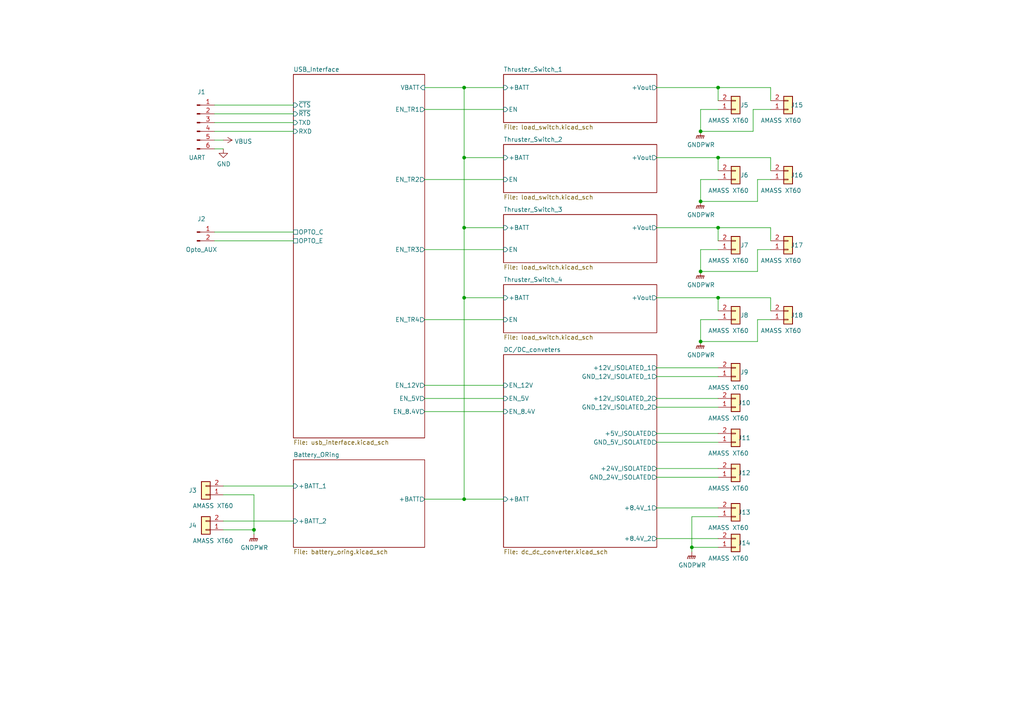
<source format=kicad_sch>
(kicad_sch (version 20211123) (generator eeschema)
  (paper "A4")
  (title_block (title "Power Management for Zeabus AUV") (date "20-April-2020") (rev "1.0.0") (company "Zeabus") (comment 1 "by Natchanan Thongtem and Akrapong Patchararungruang"))
  (lib_symbols
    (symbol "Connector:Conn_01x02_Male" (pin_names (offset 1.016) hide)
      (property "Reference" "J" (at 0 2.54 0))
      (property "Value" "Conn_01x02_Male" (at 0 -5.08 0))
      (symbol "Conn_01x02_Male_1_1"
        (polyline (pts (xy 1.27 -2.54) (xy 0.8636 -2.54)) (stroke (width 0.1524)))
        (polyline (pts (xy 1.27 0) (xy 0.8636 0)) (stroke (width 0.1524)))
        (rectangle (start 0.8636 -2.413) (end 0 -2.667) (stroke (width 0.1524)) (fill (type outline)))
        (rectangle (start 0.8636 0.127) (end 0 -0.127) (stroke (width 0.1524)) (fill (type outline)))
        (pin passive line (at 5.08 0 180) (length 3.81) (name "Pin_1") (number "1"))
        (pin passive line (at 5.08 -2.54 180) (length 3.81) (name "Pin_2") (number "2"))
      )
    )
    (symbol "Connector:Conn_01x06_Male" (pin_names (offset 1.016) hide)
      (property "Reference" "J" (at 0 7.62 0))
      (property "Value" "Conn_01x06_Male" (at 0 -10.16 0))
      (symbol "Conn_01x06_Male_1_1"
        (polyline (pts (xy 1.27 -7.62) (xy 0.8636 -7.62)) (stroke (width 0.1524)))
        (polyline (pts (xy 1.27 -5.08) (xy 0.8636 -5.08)) (stroke (width 0.1524)))
        (polyline (pts (xy 1.27 -2.54) (xy 0.8636 -2.54)) (stroke (width 0.1524)))
        (polyline (pts (xy 1.27 0) (xy 0.8636 0)) (stroke (width 0.1524)))
        (polyline (pts (xy 1.27 2.54) (xy 0.8636 2.54)) (stroke (width 0.1524)))
        (polyline (pts (xy 1.27 5.08) (xy 0.8636 5.08)) (stroke (width 0.1524)))
        (rectangle (start 0.8636 -7.493) (end 0 -7.747) (stroke (width 0.1524)) (fill (type outline)))
        (rectangle (start 0.8636 -4.953) (end 0 -5.207) (stroke (width 0.1524)) (fill (type outline)))
        (rectangle (start 0.8636 -2.413) (end 0 -2.667) (stroke (width 0.1524)) (fill (type outline)))
        (rectangle (start 0.8636 0.127) (end 0 -0.127) (stroke (width 0.1524)) (fill (type outline)))
        (rectangle (start 0.8636 2.667) (end 0 2.413) (stroke (width 0.1524)) (fill (type outline)))
        (rectangle (start 0.8636 5.207) (end 0 4.953) (stroke (width 0.1524)) (fill (type outline)))
        (pin passive line (at 5.08 5.08 180) (length 3.81) (name "Pin_1") (number "1"))
        (pin passive line (at 5.08 2.54 180) (length 3.81) (name "Pin_2") (number "2"))
        (pin passive line (at 5.08 0 180) (length 3.81) (name "Pin_3") (number "3"))
        (pin passive line (at 5.08 -2.54 180) (length 3.81) (name "Pin_4") (number "4"))
        (pin passive line (at 5.08 -5.08 180) (length 3.81) (name "Pin_5") (number "5"))
        (pin passive line (at 5.08 -7.62 180) (length 3.81) (name "Pin_6") (number "6"))
      )
    )
    (symbol "Connector_Generic:Conn_01x02" (pin_names (offset 1.016) hide)
      (property "Reference" "J" (at 0 2.54 0))
      (property "Value" "Conn_01x02" (at 0 -5.08 0))
      (symbol "Conn_01x02_1_1"
        (rectangle (start -1.27 -2.413) (end 0 -2.667) (stroke (width 0.1524)))
        (rectangle (start -1.27 0.127) (end 0 -0.127) (stroke (width 0.1524)))
        (rectangle (start -1.27 1.27) (end 1.27 -3.81) (stroke (width 0.254)) (fill (type background)))
        (pin passive line (at -5.08 0 0) (length 3.81) (name "Pin_1") (number "1"))
        (pin passive line (at -5.08 -2.54 0) (length 3.81) (name "Pin_2") (number "2"))
      )
    )
    (symbol "power:GND" (power) (pin_names (offset 0))
      (property "Value" "GND" (at 0 -3.81 0))
      (symbol "GND_0_1"
        (polyline (pts (xy 0 0) (xy 0 -1.27) (xy 1.27 -1.27) (xy 0 -2.54) (xy -1.27 -1.27) (xy 0 -1.27)))
      )
      (symbol "GND_1_1"
        (pin power_in line (at 0 0 270) (length 0) hide (name "GND") (number "1"))
      )
    )
    (symbol "power:GNDPWR" (power) (pin_names (offset 0))
      (property "Value" "GNDPWR" (at 0 -3.302 0))
      (symbol "GNDPWR_0_1"
        (polyline (pts (xy 0 -1.27) (xy 0 0)))
        (polyline (pts (xy -1.016 -1.27) (xy -1.27 -2.032) (xy -1.27 -2.032)) (stroke (width 0.2032)))
        (polyline (pts (xy -0.508 -1.27) (xy -0.762 -2.032) (xy -0.762 -2.032)) (stroke (width 0.2032)))
        (polyline (pts (xy 0 -1.27) (xy -0.254 -2.032) (xy -0.254 -2.032)) (stroke (width 0.2032)))
        (polyline (pts (xy 0.508 -1.27) (xy 0.254 -2.032) (xy 0.254 -2.032)) (stroke (width 0.2032)))
        (polyline (pts (xy 1.016 -1.27) (xy -1.016 -1.27) (xy -1.016 -1.27)) (stroke (width 0.2032)))
        (polyline (pts (xy 1.016 -1.27) (xy 0.762 -2.032) (xy 0.762 -2.032) (xy 0.762 -2.032)) (stroke (width 0.2032)))
      )
      (symbol "GNDPWR_1_1"
        (pin power_in line (at 0 0 270) (length 0) hide (name "GNDPWR") (number "1"))
      )
    )
    (symbol "power:VBUS" (power) (pin_names (offset 0))
      (property "Value" "VBUS" (at 0 3.81 0))
      (symbol "VBUS_0_1"
        (polyline (pts (xy -0.762 1.27) (xy 0 2.54)))
        (polyline (pts (xy 0 0) (xy 0 2.54)))
        (polyline (pts (xy 0 2.54) (xy 0.762 1.27)))
      )
      (symbol "VBUS_1_1"
        (pin power_in line (at 0 0 90) (length 0) hide (name "VBUS") (number "1"))
      )
    )
  )
  (junction (at 73.66 153.67))
  (junction (at 203.2 58.42))
  (junction (at 203.2 78.74))
  (junction (at 134.62 45.72))
  (junction (at 208.28 66.04))
  (junction (at 200.66 158.75))
  (junction (at 134.62 66.04))
  (junction (at 208.28 25.4))
  (junction (at 134.62 86.36))
  (junction (at 134.62 144.78))
  (junction (at 203.2 99.06))
  (junction (at 203.2 38.1))
  (junction (at 208.28 45.72))
  (junction (at 134.62 25.4))
  (junction (at 208.28 86.36))
  (wire (pts (xy 208.28 128.27) (xy 190.5 128.27)))
  (wire (pts (xy 64.77 151.13) (xy 85.09 151.13)))
  (wire (pts (xy 134.62 144.78) (xy 134.62 86.36)))
  (wire (pts (xy 123.19 111.76) (xy 146.05 111.76)))
  (wire (pts (xy 123.19 31.75) (xy 146.05 31.75)))
  (wire (pts (xy 85.09 35.56) (xy 62.23 35.56)))
  (wire (pts (xy 208.28 49.53) (xy 208.28 45.72)))
  (wire (pts (xy 64.77 153.67) (xy 73.66 153.67)))
  (wire (pts (xy 190.5 147.32) (xy 208.28 147.32)))
  (wire (pts (xy 190.5 25.4) (xy 208.28 25.4)))
  (wire (pts (xy 62.23 33.02) (xy 85.09 33.02)))
  (wire (pts (xy 73.66 153.67) (xy 73.66 154.94)))
  (wire (pts (xy 223.52 92.71) (xy 219.71 92.71)))
  (wire (pts (xy 223.52 25.4) (xy 223.52 29.21)))
  (wire (pts (xy 219.71 58.42) (xy 203.2 58.42)))
  (wire (pts (xy 208.28 25.4) (xy 223.52 25.4)))
  (wire (pts (xy 203.2 31.75) (xy 208.28 31.75)))
  (wire (pts (xy 208.28 69.85) (xy 208.28 66.04)))
  (wire (pts (xy 134.62 144.78) (xy 146.05 144.78)))
  (wire (pts (xy 203.2 92.71) (xy 208.28 92.71)))
  (wire (pts (xy 85.09 30.48) (xy 62.23 30.48)))
  (wire (pts (xy 219.71 72.39) (xy 219.71 78.74)))
  (wire (pts (xy 123.19 72.39) (xy 146.05 72.39)))
  (wire (pts (xy 73.66 153.67) (xy 73.66 143.51)))
  (wire (pts (xy 134.62 45.72) (xy 134.62 25.4)))
  (wire (pts (xy 134.62 45.72) (xy 146.05 45.72)))
  (wire (pts (xy 203.2 38.1) (xy 203.2 31.75)))
  (wire (pts (xy 208.28 29.21) (xy 208.28 25.4)))
  (wire (pts (xy 62.23 43.18) (xy 64.77 43.18)))
  (wire (pts (xy 190.5 106.68) (xy 208.28 106.68)))
  (wire (pts (xy 208.28 90.17) (xy 208.28 86.36)))
  (wire (pts (xy 218.44 31.75) (xy 218.44 38.1)))
  (wire (pts (xy 85.09 69.85) (xy 62.23 69.85)))
  (wire (pts (xy 134.62 25.4) (xy 123.19 25.4)))
  (wire (pts (xy 123.19 92.71) (xy 146.05 92.71)))
  (wire (pts (xy 223.52 66.04) (xy 223.52 69.85)))
  (wire (pts (xy 190.5 45.72) (xy 208.28 45.72)))
  (wire (pts (xy 123.19 119.38) (xy 146.05 119.38)))
  (wire (pts (xy 62.23 67.31) (xy 85.09 67.31)))
  (wire (pts (xy 208.28 66.04) (xy 223.52 66.04)))
  (wire (pts (xy 200.66 149.86) (xy 208.28 149.86)))
  (wire (pts (xy 203.2 72.39) (xy 208.28 72.39)))
  (wire (pts (xy 190.5 115.57) (xy 208.28 115.57)))
  (wire (pts (xy 190.5 135.89) (xy 208.28 135.89)))
  (wire (pts (xy 223.52 86.36) (xy 223.52 90.17)))
  (wire (pts (xy 223.52 31.75) (xy 218.44 31.75)))
  (wire (pts (xy 134.62 86.36) (xy 134.62 66.04)))
  (wire (pts (xy 218.44 38.1) (xy 203.2 38.1)))
  (wire (pts (xy 219.71 99.06) (xy 203.2 99.06)))
  (wire (pts (xy 62.23 38.1) (xy 85.09 38.1)))
  (wire (pts (xy 203.2 78.74) (xy 203.2 72.39)))
  (wire (pts (xy 134.62 66.04) (xy 134.62 45.72)))
  (wire (pts (xy 85.09 140.97) (xy 64.77 140.97)))
  (wire (pts (xy 62.23 40.64) (xy 64.77 40.64)))
  (wire (pts (xy 123.19 144.78) (xy 134.62 144.78)))
  (wire (pts (xy 123.19 115.57) (xy 146.05 115.57)))
  (wire (pts (xy 123.19 52.07) (xy 146.05 52.07)))
  (wire (pts (xy 219.71 78.74) (xy 203.2 78.74)))
  (wire (pts (xy 208.28 86.36) (xy 223.52 86.36)))
  (wire (pts (xy 223.52 52.07) (xy 219.71 52.07)))
  (wire (pts (xy 190.5 66.04) (xy 208.28 66.04)))
  (wire (pts (xy 208.28 109.22) (xy 190.5 109.22)))
  (wire (pts (xy 200.66 158.75) (xy 200.66 149.86)))
  (wire (pts (xy 146.05 66.04) (xy 134.62 66.04)))
  (wire (pts (xy 223.52 72.39) (xy 219.71 72.39)))
  (wire (pts (xy 200.66 160.02) (xy 200.66 158.75)))
  (wire (pts (xy 219.71 52.07) (xy 219.71 58.42)))
  (wire (pts (xy 190.5 86.36) (xy 208.28 86.36)))
  (wire (pts (xy 190.5 156.21) (xy 208.28 156.21)))
  (wire (pts (xy 223.52 45.72) (xy 223.52 49.53)))
  (wire (pts (xy 208.28 118.11) (xy 190.5 118.11)))
  (wire (pts (xy 203.2 58.42) (xy 203.2 52.07)))
  (wire (pts (xy 208.28 45.72) (xy 223.52 45.72)))
  (wire (pts (xy 134.62 25.4) (xy 146.05 25.4)))
  (wire (pts (xy 219.71 92.71) (xy 219.71 99.06)))
  (wire (pts (xy 200.66 158.75) (xy 208.28 158.75)))
  (wire (pts (xy 208.28 138.43) (xy 190.5 138.43)))
  (wire (pts (xy 203.2 99.06) (xy 203.2 92.71)))
  (wire (pts (xy 134.62 86.36) (xy 146.05 86.36)))
  (wire (pts (xy 190.5 125.73) (xy 208.28 125.73)))
  (wire (pts (xy 203.2 52.07) (xy 208.28 52.07)))
  (wire (pts (xy 73.66 143.51) (xy 64.77 143.51)))
  (symbol (lib_id "Connector_Generic:Conn_01x02") (at 59.69 143.51 180) (unit 1)
    (property "Reference" "J3" (at 55.88 142.24 0))
    (property "Value" "AMASS XT60" (at 61.7728 146.7104 0))
    (property "Footprint" "Connector_AMASS:AMASS_XT60-F_1x02_P7.20mm_Vertical" (effects hide))
  )
  (symbol (lib_id "Connector_Generic:Conn_01x02") (at 59.69 153.67 180) (unit 1)
    (property "Reference" "J4" (at 55.88 152.4 0))
    (property "Value" "AMASS XT60" (at 61.7728 156.8704 0))
    (property "Footprint" "Connector_AMASS:AMASS_XT60-F_1x02_P7.20mm_Vertical" (effects hide))
  )
  (symbol (lib_id "Connector_Generic:Conn_01x02") (at 213.36 31.75 0) (mirror x) (unit 1)
    (property "Reference" "J5" (at 215.9 30.48 0))
    (property "Value" "AMASS XT60" (at 211.2772 34.9504 0))
    (property "Footprint" "Connector_AMASS:AMASS_XT60-F_1x02_P7.20mm_Vertical" (effects hide))
  )
  (symbol (lib_id "Connector_Generic:Conn_01x02") (at 228.6 31.75 0) (mirror x) (unit 1)
    (property "Reference" "J15" (at 231.14 30.48 0))
    (property "Value" "AMASS XT60" (at 226.5172 34.9504 0))
    (property "Footprint" "Connector_AMASS:AMASS_XT60-F_1x02_P7.20mm_Vertical" (effects hide))
  )
  (symbol (lib_id "Connector_Generic:Conn_01x02") (at 213.36 52.07 0) (mirror x) (unit 1)
    (property "Reference" "J6" (at 215.9 50.8 0))
    (property "Value" "AMASS XT60" (at 211.2772 55.2704 0))
    (property "Footprint" "Connector_AMASS:AMASS_XT60-F_1x02_P7.20mm_Vertical" (effects hide))
  )
  (symbol (lib_id "Connector_Generic:Conn_01x02") (at 228.6 52.07 0) (mirror x) (unit 1)
    (property "Reference" "J16" (at 231.14 50.8 0))
    (property "Value" "AMASS XT60" (at 226.5172 55.2704 0))
    (property "Footprint" "Connector_AMASS:AMASS_XT60-F_1x02_P7.20mm_Vertical" (effects hide))
  )
  (symbol (lib_id "Connector_Generic:Conn_01x02") (at 213.36 72.39 0) (mirror x) (unit 1)
    (property "Reference" "J7" (at 215.9 71.12 0))
    (property "Value" "AMASS XT60" (at 211.2772 75.5904 0))
    (property "Footprint" "Connector_AMASS:AMASS_XT60-F_1x02_P7.20mm_Vertical" (effects hide))
  )
  (symbol (lib_id "Connector_Generic:Conn_01x02") (at 228.6 72.39 0) (mirror x) (unit 1)
    (property "Reference" "J17" (at 231.14 71.12 0))
    (property "Value" "AMASS XT60" (at 226.5172 75.5904 0))
    (property "Footprint" "Connector_AMASS:AMASS_XT60-F_1x02_P7.20mm_Vertical" (effects hide))
  )
  (symbol (lib_id "Connector_Generic:Conn_01x02") (at 213.36 92.71 0) (mirror x) (unit 1)
    (property "Reference" "J8" (at 215.9 91.44 0))
    (property "Value" "AMASS XT60" (at 211.2772 95.9104 0))
    (property "Footprint" "Connector_AMASS:AMASS_XT60-F_1x02_P7.20mm_Vertical" (effects hide))
  )
  (symbol (lib_id "Connector_Generic:Conn_01x02") (at 228.6 92.71 0) (mirror x) (unit 1)
    (property "Reference" "J18" (at 231.14 91.44 0))
    (property "Value" "AMASS XT60" (at 226.5172 95.9104 0))
    (property "Footprint" "Connector_AMASS:AMASS_XT60-F_1x02_P7.20mm_Vertical" (effects hide))
  )
  (symbol (lib_id "Connector_Generic:Conn_01x02") (at 213.36 109.22 0) (mirror x) (unit 1)
    (property "Reference" "J9" (at 215.9 107.95 0))
    (property "Value" "AMASS XT60" (at 211.2772 112.4204 0))
    (property "Footprint" "Connector_AMASS:AMASS_XT60-F_1x02_P7.20mm_Vertical" (effects hide))
  )
  (symbol (lib_id "Connector_Generic:Conn_01x02") (at 213.36 118.11 0) (mirror x) (unit 1)
    (property "Reference" "J10" (at 215.9 116.84 0))
    (property "Value" "AMASS XT60" (at 211.2772 121.3104 0))
    (property "Footprint" "Connector_AMASS:AMASS_XT60-F_1x02_P7.20mm_Vertical" (effects hide))
  )
  (symbol (lib_id "Connector_Generic:Conn_01x02") (at 213.36 128.27 0) (mirror x) (unit 1)
    (property "Reference" "J11" (at 215.9 127 0))
    (property "Value" "AMASS XT60" (at 211.2772 131.4704 0))
    (property "Footprint" "Connector_AMASS:AMASS_XT60-F_1x02_P7.20mm_Vertical" (effects hide))
  )
  (symbol (lib_id "Connector_Generic:Conn_01x02") (at 213.36 138.43 0) (mirror x) (unit 1)
    (property "Reference" "J12" (at 215.9 137.16 0))
    (property "Value" "AMASS XT60" (at 211.2772 141.6304 0))
    (property "Footprint" "Connector_AMASS:AMASS_XT60-F_1x02_P7.20mm_Vertical" (effects hide))
  )
  (symbol (lib_id "Connector_Generic:Conn_01x02") (at 213.36 149.86 0) (mirror x) (unit 1)
    (property "Reference" "J13" (at 215.9 148.59 0))
    (property "Value" "AMASS XT60" (at 211.2772 153.0604 0))
    (property "Footprint" "Connector_AMASS:AMASS_XT60-F_1x02_P7.20mm_Vertical" (effects hide))
  )
  (symbol (lib_id "Connector_Generic:Conn_01x02") (at 213.36 158.75 0) (mirror x) (unit 1)
    (property "Reference" "J14" (at 215.9 157.48 0))
    (property "Value" "AMASS XT60" (at 211.2772 161.9504 0))
    (property "Footprint" "Connector_AMASS:AMASS_XT60-F_1x02_P7.20mm_Vertical" (effects hide))
  )
  (symbol (lib_id "power:GNDPWR") (at 203.2 99.06 0) (unit 1)
    (property "Reference" "#PWR07" (effects hide))
    (property "Value" "GNDPWR" (at 203.3016 102.9716 0))
  )
  (symbol (lib_id "power:GNDPWR") (at 203.2 78.74 0) (unit 1)
    (property "Reference" "#PWR06" (effects hide))
    (property "Value" "GNDPWR" (at 203.3016 82.6516 0))
  )
  (symbol (lib_id "power:GNDPWR") (at 203.2 58.42 0) (unit 1)
    (property "Reference" "#PWR05" (effects hide))
    (property "Value" "GNDPWR" (at 203.3016 62.3316 0))
  )
  (symbol (lib_id "power:GNDPWR") (at 203.2 38.1 0) (unit 1)
    (property "Reference" "#PWR04" (effects hide))
    (property "Value" "GNDPWR" (at 203.3016 42.0116 0))
  )
  (symbol (lib_id "power:GNDPWR") (at 200.66 160.02 0) (unit 1)
    (property "Reference" "#PWR03" (effects hide))
    (property "Value" "GNDPWR" (at 200.7616 163.9316 0))
  )
  (symbol (lib_id "power:GNDPWR") (at 73.66 154.94 0) (unit 1)
    (property "Reference" "#PWR02" (effects hide))
    (property "Value" "GNDPWR" (at 73.7616 158.8516 0))
  )
  (symbol (lib_id "Connector:Conn_01x02_Male") (at 57.15 67.31 0) (unit 1)
    (property "Reference" "J2" (at 58.42 63.5 0))
    (property "Value" "Opto_AUX" (at 58.42 72.39 0))
    (property "Footprint" "Connector_PinHeader_2.54mm:PinHeader_1x02_P2.54mm_Vertical" (effects hide))
  )
  (symbol (lib_id "Connector:Conn_01x06_Male") (at 57.15 35.56 0) (unit 1)
    (property "Reference" "J1" (at 58.42 26.67 0))
    (property "Value" "UART" (at 57.15 45.72 0))
    (property "Footprint" "Connector_PinHeader_2.54mm:PinHeader_1x06_P2.54mm_Vertical" (effects hide))
  )
  (symbol (lib_id "power:GND") (at 64.77 43.18 0) (unit 1)
    (property "Reference" "#PWR01" (effects hide))
    (property "Value" "GND" (at 64.897 47.5742 0))
  )
  (symbol (lib_id "power:VBUS") (at 64.77 40.64 270) (unit 1)
    (property "Reference" "#PWR0101" (effects hide))
    (property "Value" "VBUS" (at 68.0212 41.021 90) (effects (justify left)))
  )
  (sheet (at 146.05 82.55) (size 44.45 13.97)
    (property "Sheet name" "Thruster_Switch_4" (at 146.05 81.8384 0) (effects (justify left bottom)))
    (property "Sheet file" "load_switch.kicad_sch" (at 146.05 97.1046 0) (effects (justify left top)))
    (pin "+BATT" input (at 146.05 86.36 180))
    (pin "EN" input (at 146.05 92.71 180))
    (pin "+Vout" output (at 190.5 86.36 0))
  )
  (sheet (at 146.05 102.87) (size 44.45 55.88)
    (property "Sheet name" "DC/DC_conveters" (at 146.05 102.1584 0) (effects (justify left bottom)))
    (property "Sheet file" "dc_dc_converter.kicad_sch" (at 146.05 159.3346 0) (effects (justify left top)))
    (pin "+BATT" input (at 146.05 144.78 180))
    (pin "+12V_ISOLATED_1" output (at 190.5 106.68 0))
    (pin "GND_12V_ISOLATED_1" output (at 190.5 109.22 0))
    (pin "+12V_ISOLATED_2" output (at 190.5 115.57 0))
    (pin "GND_12V_ISOLATED_2" output (at 190.5 118.11 0))
    (pin "GND_5V_ISOLATED" output (at 190.5 128.27 0))
    (pin "+5V_ISOLATED" output (at 190.5 125.73 0))
    (pin "GND_24V_ISOLATED" output (at 190.5 138.43 0))
    (pin "+24V_ISOLATED" output (at 190.5 135.89 0))
    (pin "+8.4V_1" output (at 190.5 147.32 0))
    (pin "+8.4V_2" output (at 190.5 156.21 0))
    (pin "EN_12V" input (at 146.05 111.76 180))
    (pin "EN_8.4V" input (at 146.05 119.38 180))
    (pin "EN_5V" input (at 146.05 115.57 180))
  )
  (sheet (at 85.09 133.35) (size 38.1 25.4)
    (property "Sheet name" "Battery_ORing" (at 85.09 132.6384 0) (effects (justify left bottom)))
    (property "Sheet file" "battery_oring.kicad_sch" (at 85.09 159.3346 0) (effects (justify left top)))
    (pin "+BATT_1" input (at 85.09 140.97 180))
    (pin "+BATT_2" input (at 85.09 151.13 180))
    (pin "+BATT" output (at 123.19 144.78 0))
  )
  (sheet (at 85.09 21.59) (size 38.1 105.41)
    (property "Sheet name" "USB_Interface" (at 85.09 20.8784 0) (effects (justify left bottom)))
    (property "Sheet file" "usb_interface.kicad_sch" (at 85.09 127.5846 0) (effects (justify left top)))
    (pin "TXD" input (at 85.09 35.56 180))
    (pin "RXD" input (at 85.09 38.1 180))
    (pin "~{RTS}" input (at 85.09 33.02 180))
    (pin "~{CTS}" input (at 85.09 30.48 180))
    (pin "VBATT" input (at 123.19 25.4 0))
    (pin "EN_TR1" output (at 123.19 31.75 0))
    (pin "EN_TR2" output (at 123.19 52.07 0))
    (pin "EN_TR3" output (at 123.19 72.39 0))
    (pin "EN_TR4" output (at 123.19 92.71 0))
    (pin "EN_12V" output (at 123.19 111.76 0))
    (pin "EN_5V" output (at 123.19 115.57 0))
    (pin "EN_8.4V" output (at 123.19 119.38 0))
    (pin "OPTO_C" passive (at 85.09 67.31 180))
    (pin "OPTO_E" passive (at 85.09 69.85 180))
  )
  (sheet (at 146.05 62.23) (size 44.45 13.97)
    (property "Sheet name" "Thruster_Switch_3" (at 146.05 61.5184 0) (effects (justify left bottom)))
    (property "Sheet file" "load_switch.kicad_sch" (at 146.05 76.7846 0) (effects (justify left top)))
    (pin "+BATT" input (at 146.05 66.04 180))
    (pin "EN" input (at 146.05 72.39 180))
    (pin "+Vout" output (at 190.5 66.04 0))
  )
  (sheet (at 146.05 41.91) (size 44.45 13.97)
    (property "Sheet name" "Thruster_Switch_2" (at 146.05 41.1984 0) (effects (justify left bottom)))
    (property "Sheet file" "load_switch.kicad_sch" (at 146.05 56.4646 0) (effects (justify left top)))
    (pin "+BATT" input (at 146.05 45.72 180))
    (pin "EN" input (at 146.05 52.07 180))
    (pin "+Vout" output (at 190.5 45.72 0))
  )
  (sheet (at 146.05 21.59) (size 44.45 13.97)
    (property "Sheet name" "Thruster_Switch_1" (at 146.05 20.8784 0) (effects (justify left bottom)))
    (property "Sheet file" "load_switch.kicad_sch" (at 146.05 36.1446 0) (effects (justify left top)))
    (pin "+BATT" input (at 146.05 25.4 180))
    (pin "EN" input (at 146.05 31.75 180))
    (pin "+Vout" output (at 190.5 25.4 0))
  )
)
</source>
